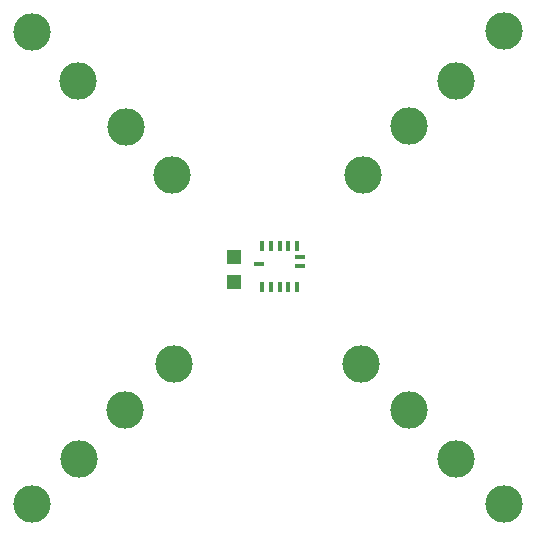
<source format=gbr>
G04 #@! TF.FileFunction,Paste,Bot*
%FSLAX46Y46*%
G04 Gerber Fmt 4.6, Leading zero omitted, Abs format (unit mm)*
G04 Created by KiCad (PCBNEW 4.0.6) date 05/08/17 07:17:05*
%MOMM*%
%LPD*%
G01*
G04 APERTURE LIST*
%ADD10C,0.100000*%
%ADD11R,1.200000X1.200000*%
%ADD12C,2.540000*%
%ADD13C,3.175000*%
%ADD14R,0.350000X0.805000*%
%ADD15R,0.805000X0.400000*%
G04 APERTURE END LIST*
D10*
D11*
X176540100Y-104293900D03*
X176540100Y-106393900D03*
D12*
X191385100Y-93155900D03*
D13*
X191385100Y-93155900D03*
D12*
X167376100Y-117190900D03*
D13*
X167376100Y-117190900D03*
D12*
X171471100Y-113312900D03*
D13*
X171471100Y-113312900D03*
D12*
X187502100Y-97344900D03*
D13*
X187502100Y-97344900D03*
D12*
X199393100Y-85154900D03*
D13*
X199393100Y-85154900D03*
D12*
X159426100Y-125149900D03*
D13*
X159426100Y-125149900D03*
D12*
X195380100Y-89398900D03*
D13*
X195380100Y-89398900D03*
D12*
X163489100Y-121348900D03*
D13*
X163489100Y-121348900D03*
D14*
X178926300Y-103292000D03*
X179676300Y-103292000D03*
X180426300Y-103292000D03*
X181176300Y-103292000D03*
X181926300Y-103292000D03*
D15*
X182198800Y-104264500D03*
D14*
X181926300Y-106837000D03*
X181176300Y-106837000D03*
X180426300Y-106837000D03*
X179676300Y-106837000D03*
X178926300Y-106837000D03*
D15*
X178653800Y-104889500D03*
X182198800Y-105064500D03*
D12*
X187325100Y-113335900D03*
D13*
X187325100Y-113335900D03*
D12*
X171340500Y-97318500D03*
D13*
X171340500Y-97318500D03*
D12*
X167453500Y-93243700D03*
D13*
X167453500Y-93243700D03*
D12*
X191409300Y-117206700D03*
D13*
X191409300Y-117206700D03*
D12*
X199416300Y-125216700D03*
D13*
X199416300Y-125216700D03*
D12*
X159447500Y-85198300D03*
D13*
X159447500Y-85198300D03*
D12*
X163367300Y-89364100D03*
D13*
X163367300Y-89364100D03*
D12*
X195379300Y-121331900D03*
D13*
X195379300Y-121331900D03*
M02*

</source>
